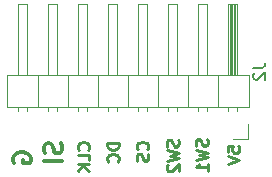
<source format=gbr>
G04 #@! TF.GenerationSoftware,KiCad,Pcbnew,(5.0.0)*
G04 #@! TF.CreationDate,2018-12-14T13:41:46-05:00*
G04 #@! TF.ProjectId,uv_pcb,75765F7063622E6B696361645F706362,rev?*
G04 #@! TF.SameCoordinates,Original*
G04 #@! TF.FileFunction,Legend,Bot*
G04 #@! TF.FilePolarity,Positive*
%FSLAX46Y46*%
G04 Gerber Fmt 4.6, Leading zero omitted, Abs format (unit mm)*
G04 Created by KiCad (PCBNEW (5.0.0)) date 12/14/18 13:41:46*
%MOMM*%
%LPD*%
G01*
G04 APERTURE LIST*
%ADD10C,0.250000*%
%ADD11C,0.300000*%
%ADD12C,0.120000*%
%ADD13C,0.150000*%
G04 APERTURE END LIST*
D10*
X117752380Y-71859523D02*
X117752380Y-71383333D01*
X118228571Y-71335714D01*
X118180952Y-71383333D01*
X118133333Y-71478571D01*
X118133333Y-71716666D01*
X118180952Y-71811904D01*
X118228571Y-71859523D01*
X118323809Y-71907142D01*
X118561904Y-71907142D01*
X118657142Y-71859523D01*
X118704761Y-71811904D01*
X118752380Y-71716666D01*
X118752380Y-71478571D01*
X118704761Y-71383333D01*
X118657142Y-71335714D01*
X117752380Y-72192857D02*
X118752380Y-72526190D01*
X117752380Y-72859523D01*
X116004761Y-70766666D02*
X116052380Y-70909523D01*
X116052380Y-71147619D01*
X116004761Y-71242857D01*
X115957142Y-71290476D01*
X115861904Y-71338095D01*
X115766666Y-71338095D01*
X115671428Y-71290476D01*
X115623809Y-71242857D01*
X115576190Y-71147619D01*
X115528571Y-70957142D01*
X115480952Y-70861904D01*
X115433333Y-70814285D01*
X115338095Y-70766666D01*
X115242857Y-70766666D01*
X115147619Y-70814285D01*
X115100000Y-70861904D01*
X115052380Y-70957142D01*
X115052380Y-71195238D01*
X115100000Y-71338095D01*
X115052380Y-71671428D02*
X116052380Y-71909523D01*
X115338095Y-72100000D01*
X116052380Y-72290476D01*
X115052380Y-72528571D01*
X116052380Y-73433333D02*
X116052380Y-72861904D01*
X116052380Y-73147619D02*
X115052380Y-73147619D01*
X115195238Y-73052380D01*
X115290476Y-72957142D01*
X115338095Y-72861904D01*
X113554761Y-70816666D02*
X113602380Y-70959523D01*
X113602380Y-71197619D01*
X113554761Y-71292857D01*
X113507142Y-71340476D01*
X113411904Y-71388095D01*
X113316666Y-71388095D01*
X113221428Y-71340476D01*
X113173809Y-71292857D01*
X113126190Y-71197619D01*
X113078571Y-71007142D01*
X113030952Y-70911904D01*
X112983333Y-70864285D01*
X112888095Y-70816666D01*
X112792857Y-70816666D01*
X112697619Y-70864285D01*
X112650000Y-70911904D01*
X112602380Y-71007142D01*
X112602380Y-71245238D01*
X112650000Y-71388095D01*
X112602380Y-71721428D02*
X113602380Y-71959523D01*
X112888095Y-72150000D01*
X113602380Y-72340476D01*
X112602380Y-72578571D01*
X112697619Y-72911904D02*
X112650000Y-72959523D01*
X112602380Y-73054761D01*
X112602380Y-73292857D01*
X112650000Y-73388095D01*
X112697619Y-73435714D01*
X112792857Y-73483333D01*
X112888095Y-73483333D01*
X113030952Y-73435714D01*
X113602380Y-72864285D01*
X113602380Y-73483333D01*
X110957142Y-71633333D02*
X111004761Y-71585714D01*
X111052380Y-71442857D01*
X111052380Y-71347619D01*
X111004761Y-71204761D01*
X110909523Y-71109523D01*
X110814285Y-71061904D01*
X110623809Y-71014285D01*
X110480952Y-71014285D01*
X110290476Y-71061904D01*
X110195238Y-71109523D01*
X110100000Y-71204761D01*
X110052380Y-71347619D01*
X110052380Y-71442857D01*
X110100000Y-71585714D01*
X110147619Y-71633333D01*
X111004761Y-72014285D02*
X111052380Y-72157142D01*
X111052380Y-72395238D01*
X111004761Y-72490476D01*
X110957142Y-72538095D01*
X110861904Y-72585714D01*
X110766666Y-72585714D01*
X110671428Y-72538095D01*
X110623809Y-72490476D01*
X110576190Y-72395238D01*
X110528571Y-72204761D01*
X110480952Y-72109523D01*
X110433333Y-72061904D01*
X110338095Y-72014285D01*
X110242857Y-72014285D01*
X110147619Y-72061904D01*
X110100000Y-72109523D01*
X110052380Y-72204761D01*
X110052380Y-72442857D01*
X110100000Y-72585714D01*
X108552380Y-71088095D02*
X107552380Y-71088095D01*
X107552380Y-71326190D01*
X107600000Y-71469047D01*
X107695238Y-71564285D01*
X107790476Y-71611904D01*
X107980952Y-71659523D01*
X108123809Y-71659523D01*
X108314285Y-71611904D01*
X108409523Y-71564285D01*
X108504761Y-71469047D01*
X108552380Y-71326190D01*
X108552380Y-71088095D01*
X108457142Y-72659523D02*
X108504761Y-72611904D01*
X108552380Y-72469047D01*
X108552380Y-72373809D01*
X108504761Y-72230952D01*
X108409523Y-72135714D01*
X108314285Y-72088095D01*
X108123809Y-72040476D01*
X107980952Y-72040476D01*
X107790476Y-72088095D01*
X107695238Y-72135714D01*
X107600000Y-72230952D01*
X107552380Y-72373809D01*
X107552380Y-72469047D01*
X107600000Y-72611904D01*
X107647619Y-72659523D01*
X105957142Y-71654761D02*
X106004761Y-71607142D01*
X106052380Y-71464285D01*
X106052380Y-71369047D01*
X106004761Y-71226190D01*
X105909523Y-71130952D01*
X105814285Y-71083333D01*
X105623809Y-71035714D01*
X105480952Y-71035714D01*
X105290476Y-71083333D01*
X105195238Y-71130952D01*
X105100000Y-71226190D01*
X105052380Y-71369047D01*
X105052380Y-71464285D01*
X105100000Y-71607142D01*
X105147619Y-71654761D01*
X106052380Y-72559523D02*
X106052380Y-72083333D01*
X105052380Y-72083333D01*
X106052380Y-72892857D02*
X105052380Y-72892857D01*
X106052380Y-73464285D02*
X105480952Y-73035714D01*
X105052380Y-73464285D02*
X105623809Y-72892857D01*
D11*
X103657142Y-71114285D02*
X103728571Y-71328571D01*
X103728571Y-71685714D01*
X103657142Y-71828571D01*
X103585714Y-71900000D01*
X103442857Y-71971428D01*
X103300000Y-71971428D01*
X103157142Y-71900000D01*
X103085714Y-71828571D01*
X103014285Y-71685714D01*
X102942857Y-71400000D01*
X102871428Y-71257142D01*
X102800000Y-71185714D01*
X102657142Y-71114285D01*
X102514285Y-71114285D01*
X102371428Y-71185714D01*
X102300000Y-71257142D01*
X102228571Y-71400000D01*
X102228571Y-71757142D01*
X102300000Y-71971428D01*
X103728571Y-72614285D02*
X102228571Y-72614285D01*
X99650000Y-72742857D02*
X99578571Y-72600000D01*
X99578571Y-72385714D01*
X99650000Y-72171428D01*
X99792857Y-72028571D01*
X99935714Y-71957142D01*
X100221428Y-71885714D01*
X100435714Y-71885714D01*
X100721428Y-71957142D01*
X100864285Y-72028571D01*
X101007142Y-72171428D01*
X101078571Y-72385714D01*
X101078571Y-72528571D01*
X101007142Y-72742857D01*
X100935714Y-72814285D01*
X100435714Y-72814285D01*
X100435714Y-72528571D01*
D12*
G04 #@! TO.C,J2*
X119530000Y-68010000D02*
X99090000Y-68010000D01*
X99090000Y-68010000D02*
X99090000Y-65350000D01*
X99090000Y-65350000D02*
X119530000Y-65350000D01*
X119530000Y-65350000D02*
X119530000Y-68010000D01*
X118580000Y-65350000D02*
X118580000Y-59350000D01*
X118580000Y-59350000D02*
X117820000Y-59350000D01*
X117820000Y-59350000D02*
X117820000Y-65350000D01*
X118520000Y-65350000D02*
X118520000Y-59350000D01*
X118400000Y-65350000D02*
X118400000Y-59350000D01*
X118280000Y-65350000D02*
X118280000Y-59350000D01*
X118160000Y-65350000D02*
X118160000Y-59350000D01*
X118040000Y-65350000D02*
X118040000Y-59350000D01*
X117920000Y-65350000D02*
X117920000Y-59350000D01*
X118580000Y-68340000D02*
X118580000Y-68010000D01*
X117820000Y-68340000D02*
X117820000Y-68010000D01*
X116930000Y-68010000D02*
X116930000Y-65350000D01*
X116040000Y-65350000D02*
X116040000Y-59350000D01*
X116040000Y-59350000D02*
X115280000Y-59350000D01*
X115280000Y-59350000D02*
X115280000Y-65350000D01*
X116040000Y-68407071D02*
X116040000Y-68010000D01*
X115280000Y-68407071D02*
X115280000Y-68010000D01*
X114390000Y-68010000D02*
X114390000Y-65350000D01*
X113500000Y-65350000D02*
X113500000Y-59350000D01*
X113500000Y-59350000D02*
X112740000Y-59350000D01*
X112740000Y-59350000D02*
X112740000Y-65350000D01*
X113500000Y-68407071D02*
X113500000Y-68010000D01*
X112740000Y-68407071D02*
X112740000Y-68010000D01*
X111850000Y-68010000D02*
X111850000Y-65350000D01*
X110960000Y-65350000D02*
X110960000Y-59350000D01*
X110960000Y-59350000D02*
X110200000Y-59350000D01*
X110200000Y-59350000D02*
X110200000Y-65350000D01*
X110960000Y-68407071D02*
X110960000Y-68010000D01*
X110200000Y-68407071D02*
X110200000Y-68010000D01*
X109310000Y-68010000D02*
X109310000Y-65350000D01*
X108420000Y-65350000D02*
X108420000Y-59350000D01*
X108420000Y-59350000D02*
X107660000Y-59350000D01*
X107660000Y-59350000D02*
X107660000Y-65350000D01*
X108420000Y-68407071D02*
X108420000Y-68010000D01*
X107660000Y-68407071D02*
X107660000Y-68010000D01*
X106770000Y-68010000D02*
X106770000Y-65350000D01*
X105880000Y-65350000D02*
X105880000Y-59350000D01*
X105880000Y-59350000D02*
X105120000Y-59350000D01*
X105120000Y-59350000D02*
X105120000Y-65350000D01*
X105880000Y-68407071D02*
X105880000Y-68010000D01*
X105120000Y-68407071D02*
X105120000Y-68010000D01*
X104230000Y-68010000D02*
X104230000Y-65350000D01*
X103340000Y-65350000D02*
X103340000Y-59350000D01*
X103340000Y-59350000D02*
X102580000Y-59350000D01*
X102580000Y-59350000D02*
X102580000Y-65350000D01*
X103340000Y-68407071D02*
X103340000Y-68010000D01*
X102580000Y-68407071D02*
X102580000Y-68010000D01*
X101690000Y-68010000D02*
X101690000Y-65350000D01*
X100800000Y-65350000D02*
X100800000Y-59350000D01*
X100800000Y-59350000D02*
X100040000Y-59350000D01*
X100040000Y-59350000D02*
X100040000Y-65350000D01*
X100800000Y-68407071D02*
X100800000Y-68010000D01*
X100040000Y-68407071D02*
X100040000Y-68010000D01*
X118200000Y-70720000D02*
X119470000Y-70720000D01*
X119470000Y-70720000D02*
X119470000Y-69450000D01*
D13*
X119922380Y-64731666D02*
X120636666Y-64731666D01*
X120779523Y-64684047D01*
X120874761Y-64588809D01*
X120922380Y-64445952D01*
X120922380Y-64350714D01*
X120017619Y-65160238D02*
X119970000Y-65207857D01*
X119922380Y-65303095D01*
X119922380Y-65541190D01*
X119970000Y-65636428D01*
X120017619Y-65684047D01*
X120112857Y-65731666D01*
X120208095Y-65731666D01*
X120350952Y-65684047D01*
X120922380Y-65112619D01*
X120922380Y-65731666D01*
G04 #@! TD*
M02*

</source>
